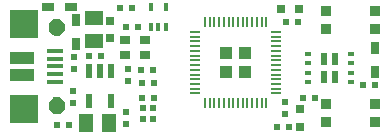
<source format=gbr>
G04 EAGLE Gerber RS-274X export*
G75*
%MOMM*%
%FSLAX34Y34*%
%LPD*%
%INSolderpaste Top*%
%IPPOS*%
%AMOC8*
5,1,8,0,0,1.08239X$1,22.5*%
G01*
%ADD10R,1.500000X1.240000*%
%ADD11R,1.240000X1.500000*%
%ADD12R,0.800000X0.800000*%
%ADD13R,0.600000X0.600000*%
%ADD14R,1.350000X0.400000*%
%ADD15R,2.000000X1.000000*%
%ADD16R,2.413000X2.413000*%
%ADD17R,0.550000X1.200000*%
%ADD18R,0.400000X0.700000*%
%ADD19R,1.000000X0.800000*%
%ADD20R,0.800000X1.000000*%
%ADD21R,0.600000X0.400000*%
%ADD22R,0.600000X1.000000*%
%ADD23R,0.200000X0.875000*%
%ADD24R,0.875000X0.200000*%
%ADD25R,1.000000X1.000000*%
%ADD26R,0.900000X0.750000*%
%ADD27R,0.900000X0.900000*%
%ADD28R,0.500000X0.500000*%

G36*
X56224Y115078D02*
X56224Y115078D01*
X56315Y115085D01*
X56345Y115097D01*
X56377Y115103D01*
X56457Y115145D01*
X56541Y115181D01*
X56573Y115207D01*
X56594Y115218D01*
X56616Y115241D01*
X56672Y115286D01*
X60228Y118842D01*
X60281Y118916D01*
X60341Y118985D01*
X60353Y119015D01*
X60372Y119041D01*
X60399Y119128D01*
X60433Y119213D01*
X60437Y119254D01*
X60444Y119277D01*
X60443Y119309D01*
X60451Y119380D01*
X60451Y124714D01*
X60437Y124804D01*
X60429Y124895D01*
X60417Y124925D01*
X60412Y124957D01*
X60369Y125037D01*
X60333Y125121D01*
X60307Y125153D01*
X60296Y125174D01*
X60273Y125196D01*
X60228Y125252D01*
X56672Y128808D01*
X56598Y128861D01*
X56529Y128921D01*
X56499Y128933D01*
X56473Y128952D01*
X56386Y128979D01*
X56301Y129013D01*
X56260Y129017D01*
X56237Y129024D01*
X56205Y129023D01*
X56134Y129031D01*
X51054Y129031D01*
X50964Y129017D01*
X50873Y129009D01*
X50843Y128997D01*
X50811Y128992D01*
X50731Y128949D01*
X50647Y128913D01*
X50615Y128887D01*
X50594Y128876D01*
X50572Y128853D01*
X50516Y128808D01*
X46960Y125252D01*
X46907Y125178D01*
X46847Y125109D01*
X46835Y125079D01*
X46816Y125053D01*
X46789Y124966D01*
X46755Y124881D01*
X46751Y124840D01*
X46744Y124817D01*
X46745Y124785D01*
X46737Y124714D01*
X46737Y119634D01*
X46742Y119599D01*
X46742Y119591D01*
X46751Y119548D01*
X46752Y119544D01*
X46759Y119453D01*
X46771Y119423D01*
X46777Y119391D01*
X46791Y119364D01*
X46794Y119350D01*
X46823Y119301D01*
X46855Y119227D01*
X46881Y119195D01*
X46892Y119174D01*
X46909Y119157D01*
X46920Y119139D01*
X46935Y119126D01*
X46960Y119096D01*
X50770Y115286D01*
X50844Y115233D01*
X50913Y115173D01*
X50943Y115161D01*
X50969Y115142D01*
X51056Y115115D01*
X51141Y115081D01*
X51182Y115077D01*
X51205Y115070D01*
X51237Y115071D01*
X51308Y115063D01*
X56134Y115063D01*
X56224Y115078D01*
G37*
G36*
X56224Y48784D02*
X56224Y48784D01*
X56315Y48791D01*
X56345Y48803D01*
X56377Y48809D01*
X56457Y48851D01*
X56541Y48887D01*
X56573Y48913D01*
X56594Y48924D01*
X56616Y48947D01*
X56672Y48992D01*
X60228Y52548D01*
X60281Y52622D01*
X60341Y52691D01*
X60353Y52721D01*
X60372Y52747D01*
X60399Y52834D01*
X60433Y52919D01*
X60437Y52960D01*
X60444Y52983D01*
X60443Y53015D01*
X60451Y53086D01*
X60451Y58420D01*
X60437Y58510D01*
X60429Y58601D01*
X60417Y58631D01*
X60412Y58663D01*
X60369Y58743D01*
X60333Y58827D01*
X60307Y58859D01*
X60296Y58880D01*
X60273Y58902D01*
X60228Y58958D01*
X56672Y62514D01*
X56598Y62567D01*
X56529Y62627D01*
X56499Y62639D01*
X56473Y62658D01*
X56386Y62685D01*
X56301Y62719D01*
X56260Y62723D01*
X56237Y62730D01*
X56205Y62729D01*
X56134Y62737D01*
X51054Y62737D01*
X50964Y62723D01*
X50873Y62715D01*
X50843Y62703D01*
X50811Y62698D01*
X50731Y62655D01*
X50647Y62619D01*
X50615Y62593D01*
X50594Y62582D01*
X50572Y62559D01*
X50516Y62514D01*
X46960Y58958D01*
X46907Y58884D01*
X46847Y58815D01*
X46835Y58785D01*
X46816Y58759D01*
X46789Y58672D01*
X46755Y58587D01*
X46751Y58546D01*
X46744Y58523D01*
X46745Y58491D01*
X46737Y58420D01*
X46737Y53340D01*
X46742Y53305D01*
X46742Y53297D01*
X46751Y53254D01*
X46752Y53250D01*
X46759Y53159D01*
X46771Y53129D01*
X46777Y53097D01*
X46791Y53070D01*
X46794Y53056D01*
X46823Y53007D01*
X46855Y52933D01*
X46881Y52901D01*
X46892Y52880D01*
X46910Y52863D01*
X46920Y52845D01*
X46935Y52832D01*
X46960Y52802D01*
X50770Y48992D01*
X50844Y48939D01*
X50913Y48879D01*
X50943Y48867D01*
X50969Y48848D01*
X51056Y48821D01*
X51141Y48787D01*
X51182Y48783D01*
X51205Y48776D01*
X51237Y48777D01*
X51308Y48769D01*
X56134Y48769D01*
X56224Y48784D01*
G37*
D10*
X85071Y110819D03*
X85071Y129819D03*
D11*
X97800Y41125D03*
X78800Y41125D03*
D12*
X98825Y112676D03*
X98825Y127676D03*
D13*
X117475Y138049D03*
X107315Y138049D03*
D14*
X52200Y101900D03*
X52200Y95400D03*
X52200Y88900D03*
X52200Y82400D03*
X52200Y75900D03*
D15*
X24450Y96400D03*
X24450Y81400D03*
D16*
X25527Y124841D03*
X25527Y52959D03*
D17*
X99670Y85391D03*
X90170Y85391D03*
X80670Y85391D03*
X80670Y59389D03*
X99670Y59389D03*
D13*
X91059Y97790D03*
X80899Y97790D03*
D18*
X133200Y122310D03*
X139700Y122310D03*
X146200Y122310D03*
X146200Y139310D03*
X133200Y139310D03*
D19*
X46134Y138938D03*
X66134Y138938D03*
D20*
X69850Y107983D03*
X69850Y127983D03*
D21*
X303107Y75630D03*
X303107Y83630D03*
X303107Y91630D03*
X303107Y99630D03*
X266107Y99630D03*
X266107Y91630D03*
X266107Y83630D03*
X266107Y75630D03*
D22*
X289607Y79630D03*
X279607Y79630D03*
X289607Y95630D03*
X279607Y95630D03*
D13*
X247904Y126365D03*
X258064Y126365D03*
D12*
X243205Y137668D03*
X258445Y137668D03*
D13*
X272415Y62230D03*
X262255Y62230D03*
D23*
X231105Y126575D03*
X227105Y126575D03*
X223105Y126575D03*
X219105Y126575D03*
X215105Y126575D03*
X211105Y126575D03*
X207105Y126575D03*
X203105Y126575D03*
X199105Y126575D03*
X195105Y126575D03*
X191105Y126575D03*
X187105Y126575D03*
X183105Y126575D03*
X179105Y126575D03*
D24*
X170605Y118075D03*
X170605Y114075D03*
X170605Y110075D03*
X170605Y106075D03*
X170605Y102075D03*
X170605Y98075D03*
X170605Y94075D03*
X170605Y90075D03*
X170605Y86075D03*
X170605Y82075D03*
X170605Y78075D03*
X170605Y74075D03*
X170605Y70075D03*
X170605Y66075D03*
D23*
X179105Y57575D03*
X183105Y57575D03*
X187105Y57575D03*
X191105Y57575D03*
X195105Y57575D03*
X199105Y57575D03*
X203105Y57575D03*
X207105Y57575D03*
X211105Y57575D03*
X215105Y57575D03*
X219105Y57575D03*
X223105Y57575D03*
X227105Y57575D03*
X231105Y57575D03*
D24*
X239605Y66075D03*
X239605Y70075D03*
X239605Y74075D03*
X239605Y78075D03*
X239605Y82075D03*
X239605Y86075D03*
X239605Y90075D03*
X239605Y94075D03*
X239605Y98075D03*
X239605Y102075D03*
X239605Y106075D03*
X239605Y110075D03*
X239605Y114075D03*
X239605Y118075D03*
D25*
X213105Y100075D03*
X213105Y84075D03*
X197105Y84075D03*
X197105Y100075D03*
D13*
X64135Y39370D03*
X53975Y39370D03*
D26*
X111765Y98398D03*
X128265Y98398D03*
X128265Y110898D03*
X111765Y110898D03*
D13*
X246761Y48768D03*
X246761Y58928D03*
X125857Y62484D03*
X136017Y62484D03*
D12*
X259715Y52959D03*
X259715Y37719D03*
D13*
X112395Y40005D03*
X112395Y50165D03*
X136017Y74676D03*
X125857Y74676D03*
X240030Y37973D03*
X250190Y37973D03*
X111887Y121920D03*
X122047Y121920D03*
X114173Y76327D03*
X114173Y86487D03*
X125349Y86233D03*
X135509Y86233D03*
D27*
X281760Y41530D03*
X281760Y57530D03*
X322760Y57530D03*
X322760Y41530D03*
X281760Y120270D03*
X281760Y136270D03*
X322760Y136270D03*
X322760Y120270D03*
D13*
X312801Y72898D03*
X322961Y72898D03*
D28*
X135437Y54022D03*
X126437Y54022D03*
X126437Y44022D03*
X135437Y44022D03*
D13*
X67310Y67945D03*
X67310Y57785D03*
X68326Y97282D03*
X68326Y87122D03*
D20*
X323342Y84488D03*
X323342Y104488D03*
M02*

</source>
